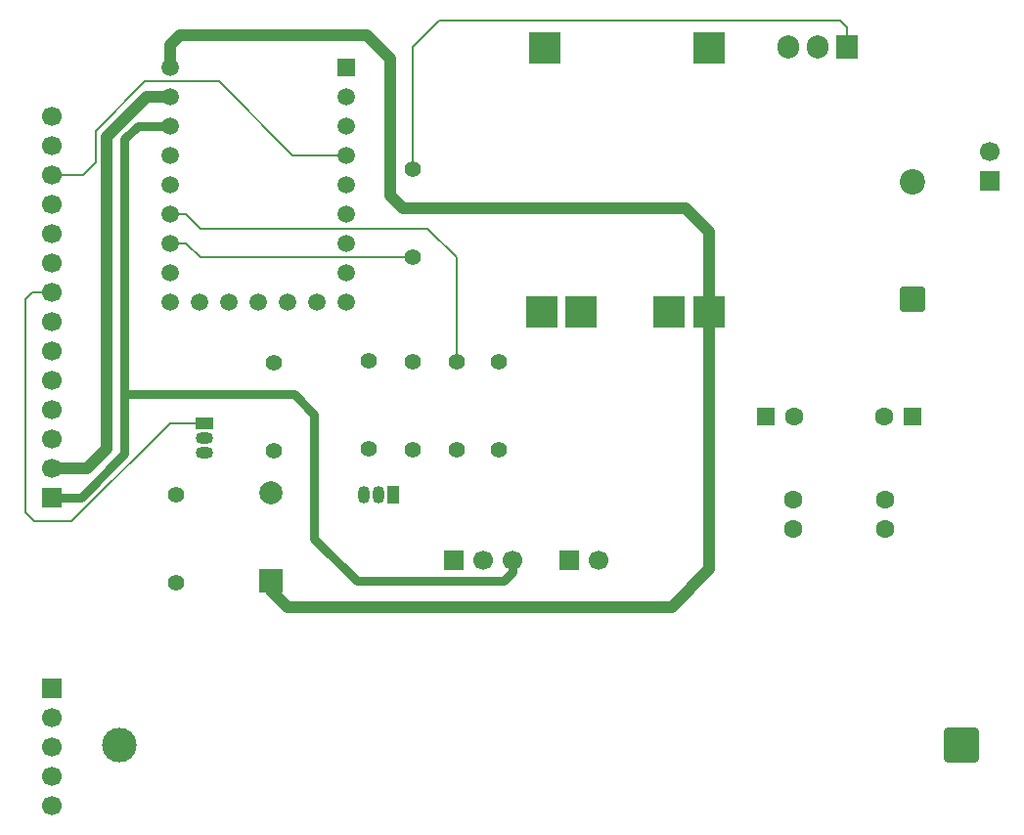
<source format=gbr>
%TF.GenerationSoftware,KiCad,Pcbnew,9.0.3*%
%TF.CreationDate,2025-08-16T14:39:38+02:00*%
%TF.ProjectId,pico-gps-spedometer,7069636f-2d67-4707-932d-737065646f6d,rev?*%
%TF.SameCoordinates,Original*%
%TF.FileFunction,Copper,L1,Top*%
%TF.FilePolarity,Positive*%
%FSLAX46Y46*%
G04 Gerber Fmt 4.6, Leading zero omitted, Abs format (unit mm)*
G04 Created by KiCad (PCBNEW 9.0.3) date 2025-08-16 14:39:38*
%MOMM*%
%LPD*%
G01*
G04 APERTURE LIST*
G04 Aperture macros list*
%AMRoundRect*
0 Rectangle with rounded corners*
0 $1 Rounding radius*
0 $2 $3 $4 $5 $6 $7 $8 $9 X,Y pos of 4 corners*
0 Add a 4 corners polygon primitive as box body*
4,1,4,$2,$3,$4,$5,$6,$7,$8,$9,$2,$3,0*
0 Add four circle primitives for the rounded corners*
1,1,$1+$1,$2,$3*
1,1,$1+$1,$4,$5*
1,1,$1+$1,$6,$7*
1,1,$1+$1,$8,$9*
0 Add four rect primitives between the rounded corners*
20,1,$1+$1,$2,$3,$4,$5,0*
20,1,$1+$1,$4,$5,$6,$7,0*
20,1,$1+$1,$6,$7,$8,$9,0*
20,1,$1+$1,$8,$9,$2,$3,0*%
G04 Aperture macros list end*
%TA.AperFunction,ComponentPad*%
%ADD10RoundRect,0.249999X1.250001X1.250001X-1.250001X1.250001X-1.250001X-1.250001X1.250001X-1.250001X0*%
%TD*%
%TA.AperFunction,ComponentPad*%
%ADD11C,3.000000*%
%TD*%
%TA.AperFunction,ComponentPad*%
%ADD12RoundRect,0.249999X0.850001X-0.850001X0.850001X0.850001X-0.850001X0.850001X-0.850001X-0.850001X0*%
%TD*%
%TA.AperFunction,ComponentPad*%
%ADD13C,2.200000*%
%TD*%
%TA.AperFunction,ComponentPad*%
%ADD14R,1.700000X1.700000*%
%TD*%
%TA.AperFunction,ComponentPad*%
%ADD15C,1.700000*%
%TD*%
%TA.AperFunction,ComponentPad*%
%ADD16R,1.500000X1.050000*%
%TD*%
%TA.AperFunction,ComponentPad*%
%ADD17O,1.500000X1.050000*%
%TD*%
%TA.AperFunction,ComponentPad*%
%ADD18R,1.905000X2.000000*%
%TD*%
%TA.AperFunction,ComponentPad*%
%ADD19O,1.905000X2.000000*%
%TD*%
%TA.AperFunction,ComponentPad*%
%ADD20C,1.400000*%
%TD*%
%TA.AperFunction,ComponentPad*%
%ADD21RoundRect,0.250000X-0.550000X-0.550000X0.550000X-0.550000X0.550000X0.550000X-0.550000X0.550000X0*%
%TD*%
%TA.AperFunction,ComponentPad*%
%ADD22C,1.600000*%
%TD*%
%TA.AperFunction,ComponentPad*%
%ADD23R,1.050000X1.500000*%
%TD*%
%TA.AperFunction,ComponentPad*%
%ADD24O,1.050000X1.500000*%
%TD*%
%TA.AperFunction,ComponentPad*%
%ADD25RoundRect,0.250000X0.550000X0.550000X-0.550000X0.550000X-0.550000X-0.550000X0.550000X-0.550000X0*%
%TD*%
%TA.AperFunction,ComponentPad*%
%ADD26R,2.000000X2.000000*%
%TD*%
%TA.AperFunction,ComponentPad*%
%ADD27C,2.000000*%
%TD*%
%TA.AperFunction,ComponentPad*%
%ADD28R,1.508000X1.508000*%
%TD*%
%TA.AperFunction,ComponentPad*%
%ADD29C,1.508000*%
%TD*%
%TA.AperFunction,ComponentPad*%
%ADD30R,2.800000X2.800000*%
%TD*%
%TA.AperFunction,Conductor*%
%ADD31C,1.000000*%
%TD*%
%TA.AperFunction,Conductor*%
%ADD32C,0.200000*%
%TD*%
%TA.AperFunction,Conductor*%
%ADD33C,0.800000*%
%TD*%
G04 APERTURE END LIST*
D10*
%TO.P,BT1,+,1*%
%TO.N,Net-(BT1-1)*%
X135750000Y-86402500D03*
D11*
%TO.P,BT1,-,2*%
%TO.N,Net-(BT1-2)*%
X62850000Y-86402500D03*
%TD*%
D12*
%TO.P,D1,1,K*%
%TO.N,V-IN-MEAS*%
X131500000Y-47750000D03*
D13*
%TO.P,D1,2,A*%
%TO.N,Net-(D1-A)*%
X131500000Y-37590000D03*
%TD*%
D14*
%TO.P,U2,1,GND*%
%TO.N,GND*%
X91850000Y-70402500D03*
D15*
%TO.P,U2,2,DQ*%
%TO.N,Net-(U1-GP8)*%
X94390000Y-70402500D03*
%TO.P,U2,3,V_{DD}*%
%TO.N,+3V3*%
X96930000Y-70402500D03*
%TD*%
D14*
%TO.P,J3,1,Pin_1*%
%TO.N,+3V3*%
X57000000Y-81420000D03*
D15*
%TO.P,J3,2,Pin_2*%
%TO.N,GND*%
X57000000Y-83960000D03*
%TO.P,J3,3,Pin_3*%
%TO.N,GPS_TXD*%
X57000000Y-86500000D03*
%TO.P,J3,4,Pin_4*%
%TO.N,GPS_RXD*%
X57000000Y-89040000D03*
%TO.P,J3,5,Pin_5*%
%TO.N,unconnected-(J3-Pin_5-Pad5)*%
X57000000Y-91580000D03*
%TD*%
D16*
%TO.P,Q2,1,C*%
%TO.N,Net-(Q2-C)*%
X70250000Y-58500000D03*
D17*
%TO.P,Q2,2,B*%
%TO.N,Net-(Q2-B)*%
X70250000Y-59770000D03*
%TO.P,Q2,3,E*%
%TO.N,Net-(Q2-E)*%
X70250000Y-61040000D03*
%TD*%
D18*
%TO.P,U3,1,VI*%
%TO.N,V-IN-MEAS*%
X125885000Y-25902500D03*
D19*
%TO.P,U3,2,GND*%
%TO.N,GND*%
X123345000Y-25902500D03*
%TO.P,U3,3,VO*%
%TO.N,+5V*%
X120805000Y-25902500D03*
%TD*%
D20*
%TO.P,R3,1*%
%TO.N,Net-(U1-GP26)*%
X88305000Y-53152500D03*
%TO.P,R3,2*%
%TO.N,GND*%
X88305000Y-60772500D03*
%TD*%
D21*
%TO.P,C4,1*%
%TO.N,+5V*%
X118805000Y-57902500D03*
D22*
%TO.P,C4,2*%
%TO.N,GND*%
X121305000Y-57902500D03*
%TD*%
D14*
%TO.P,U4,1,VCC*%
%TO.N,+3V3*%
X57055000Y-64922500D03*
D15*
%TO.P,U4,2,GND*%
%TO.N,GND*%
X57055000Y-62382500D03*
%TO.P,U4,3,CS*%
%TO.N,/CS*%
X57055000Y-59842500D03*
%TO.P,U4,4,RESET*%
%TO.N,/RST*%
X57055000Y-57302500D03*
%TO.P,U4,5,DC/RS*%
%TO.N,/DC*%
X57055000Y-54762500D03*
%TO.P,U4,6,SDI/MOSI*%
%TO.N,/MOSI*%
X57055000Y-52222500D03*
%TO.P,U4,7,SCK*%
%TO.N,/SCK*%
X57055000Y-49682500D03*
%TO.P,U4,8,LED*%
%TO.N,Net-(Q2-C)*%
X57055000Y-47142500D03*
%TO.P,U4,9,SDO/MISO*%
%TO.N,/MISO*%
X57055000Y-44602500D03*
%TO.P,U4,10,T_CLK*%
%TO.N,/SCK*%
X57055000Y-42062500D03*
%TO.P,U4,11,T_CS*%
%TO.N,/T_CS*%
X57055000Y-39522500D03*
%TO.P,U4,12,T_DIN*%
%TO.N,/MOSI*%
X57055000Y-36982500D03*
%TO.P,U4,13,T_DO*%
%TO.N,/MISO*%
X57055000Y-34442500D03*
%TO.P,U4,14,T_IRQ*%
%TO.N,unconnected-(U4-T_IRQ-Pad14)*%
X57055000Y-31902500D03*
%TD*%
D20*
%TO.P,R7,1*%
%TO.N,+5VBATT*%
X67750000Y-72310000D03*
%TO.P,R7,2*%
%TO.N,Net-(Q2-E)*%
X67750000Y-64690000D03*
%TD*%
D23*
%TO.P,Q1,1,E*%
%TO.N,GND*%
X86555000Y-64652500D03*
D24*
%TO.P,Q1,2,B*%
%TO.N,Net-(Q1-B)*%
X85285000Y-64652500D03*
%TO.P,Q1,3,C*%
%TO.N,Net-(BZ1--)*%
X84015000Y-64652500D03*
%TD*%
D20*
%TO.P,R8,1*%
%TO.N,Net-(Q2-B)*%
X76250000Y-60870000D03*
%TO.P,R8,2*%
%TO.N,Net-(U1-GP1)*%
X76250000Y-53250000D03*
%TD*%
%TO.P,R4,1*%
%TO.N,Net-(U1-GP9)*%
X84430000Y-53092500D03*
%TO.P,R4,2*%
%TO.N,Net-(Q1-B)*%
X84430000Y-60712500D03*
%TD*%
D22*
%TO.P,C2,1*%
%TO.N,V-IN-MEAS*%
X129180000Y-67652500D03*
%TO.P,C2,2*%
%TO.N,GND*%
X129180000Y-65152500D03*
%TD*%
D14*
%TO.P,R5,1*%
%TO.N,+3V3*%
X101805000Y-70402500D03*
D15*
%TO.P,R5,2*%
%TO.N,Net-(U1-GP27)*%
X104345000Y-70402500D03*
%TD*%
D14*
%TO.P,J1,1,Pin_1*%
%TO.N,Net-(D1-A)*%
X138250000Y-37525000D03*
D15*
%TO.P,J1,2,Pin_2*%
%TO.N,GND*%
X138250000Y-34985000D03*
%TD*%
D25*
%TO.P,C3,1*%
%TO.N,V-IN-MEAS*%
X131555000Y-57902500D03*
D22*
%TO.P,C3,2*%
%TO.N,GND*%
X129055000Y-57902500D03*
%TD*%
D26*
%TO.P,BZ1,1,+*%
%TO.N,+5VBATT*%
X76000000Y-72100000D03*
D27*
%TO.P,BZ1,2,-*%
%TO.N,Net-(BZ1--)*%
X76000000Y-64500000D03*
%TD*%
D28*
%TO.P,U1,1,GP0*%
%TO.N,/MISO*%
X82490000Y-27652500D03*
D29*
%TO.P,U1,2,GP1*%
%TO.N,Net-(U1-GP1)*%
X82490000Y-30192500D03*
%TO.P,U1,3,GP2*%
%TO.N,/SCK*%
X82490000Y-32732500D03*
%TO.P,U1,4,GP3*%
%TO.N,/MOSI*%
X82490000Y-35272500D03*
%TO.P,U1,5,GP4*%
%TO.N,/DC*%
X82490000Y-37812500D03*
%TO.P,U1,6,GP5*%
%TO.N,/RST*%
X82490000Y-40352500D03*
%TO.P,U1,7,GP6*%
%TO.N,/CS*%
X82490000Y-42892500D03*
%TO.P,U1,8,GP7*%
%TO.N,/T_CS*%
X82490000Y-45432500D03*
%TO.P,U1,9,GP8*%
%TO.N,Net-(U1-GP8)*%
X82490000Y-47972500D03*
%TO.P,U1,10,GP9*%
%TO.N,Net-(U1-GP9)*%
X79950000Y-47972500D03*
%TO.P,U1,11,GP10*%
%TO.N,unconnected-(U1-GP10-Pad11)*%
X77410000Y-47972500D03*
%TO.P,U1,12,GP11*%
%TO.N,unconnected-(U1-GP11-Pad12)*%
X74870000Y-47972500D03*
%TO.P,U1,13,GP12*%
%TO.N,GPS_RXD*%
X72330000Y-47972500D03*
%TO.P,U1,14,GP13*%
%TO.N,GPS_TXD*%
X69790000Y-47972500D03*
%TO.P,U1,15,GP14*%
%TO.N,unconnected-(U1-GP14-Pad15)*%
X67250000Y-47972500D03*
%TO.P,U1,16,GP15*%
%TO.N,unconnected-(U1-GP15-Pad16)*%
X67250000Y-45432500D03*
%TO.P,U1,17,GP26*%
%TO.N,Net-(U1-GP26)*%
X67250000Y-42892500D03*
%TO.P,U1,18,GP27*%
%TO.N,Net-(U1-GP27)*%
X67250000Y-40352500D03*
%TO.P,U1,19,GP28*%
%TO.N,unconnected-(U1-GP28-Pad19)*%
X67250000Y-37812500D03*
%TO.P,U1,20,GP29*%
%TO.N,unconnected-(U1-GP29-Pad20)*%
X67250000Y-35272500D03*
%TO.P,U1,21,3V3*%
%TO.N,+3V3*%
X67250000Y-32732500D03*
%TO.P,U1,22,GND*%
%TO.N,GND*%
X67250000Y-30192500D03*
%TO.P,U1,23,5V*%
%TO.N,+5VBATT*%
X67250000Y-27652500D03*
%TD*%
D30*
%TO.P,J2,1,Pin_1*%
%TO.N,+5V*%
X113917500Y-25990000D03*
%TO.P,J2,2,Pin_2*%
%TO.N,GND*%
X99717500Y-25990000D03*
%TO.P,J2,3,Pin_3*%
%TO.N,+5VBATT*%
X113917500Y-48890000D03*
%TO.P,J2,4,Pin_4*%
%TO.N,GND*%
X99417500Y-48890000D03*
%TO.P,J2,5,Pin_5*%
%TO.N,Net-(BT1-1)*%
X110417500Y-48890000D03*
%TO.P,J2,6,Pin_6*%
%TO.N,Net-(BT1-2)*%
X102817500Y-48890000D03*
%TD*%
D20*
%TO.P,R1,1*%
%TO.N,+3V3*%
X95680000Y-60772500D03*
%TO.P,R1,2*%
%TO.N,Net-(U1-GP8)*%
X95680000Y-53152500D03*
%TD*%
%TO.P,R2,1*%
%TO.N,V-IN-MEAS*%
X88305000Y-36532500D03*
%TO.P,R2,2*%
%TO.N,Net-(U1-GP26)*%
X88305000Y-44152500D03*
%TD*%
D22*
%TO.P,C1,1*%
%TO.N,+5V*%
X121180000Y-67652500D03*
%TO.P,C1,2*%
%TO.N,GND*%
X121180000Y-65152500D03*
%TD*%
D20*
%TO.P,R6,1*%
%TO.N,Net-(U1-GP27)*%
X92055000Y-53152500D03*
%TO.P,R6,2*%
%TO.N,GND*%
X92055000Y-60772500D03*
%TD*%
D31*
%TO.N,GND*%
X60075000Y-62382500D02*
X57055000Y-62382500D01*
X61750000Y-60707500D02*
X60075000Y-62382500D01*
X61750000Y-33707500D02*
X61750000Y-60707500D01*
X65265000Y-30192500D02*
X61750000Y-33707500D01*
X66805000Y-30192500D02*
X65265000Y-30192500D01*
D32*
%TO.N,Net-(U1-GP27)*%
X68602500Y-40352500D02*
X67250000Y-40352500D01*
D31*
%TO.N,+5VBATT*%
X67250000Y-25750000D02*
X67250000Y-27652500D01*
X68097500Y-24902500D02*
X67250000Y-25750000D01*
X84305000Y-24902500D02*
X68097500Y-24902500D01*
D32*
%TO.N,Net-(U1-GP26)*%
X68642500Y-42892500D02*
X67250000Y-42892500D01*
D31*
%TO.N,+5VBATT*%
X76000000Y-73000000D02*
X76000000Y-72100000D01*
X77402500Y-74402500D02*
X76000000Y-73000000D01*
X113917500Y-48890000D02*
X113917500Y-71165000D01*
X113917500Y-48890000D02*
X113917500Y-41890000D01*
X113917500Y-41890000D02*
X111930000Y-39902500D01*
X113917500Y-71165000D02*
X110680000Y-74402500D01*
X111930000Y-39902500D02*
X87430000Y-39902500D01*
X87430000Y-39902500D02*
X86305000Y-38777500D01*
D32*
X66805000Y-27652500D02*
X66805000Y-27902500D01*
D31*
X86305000Y-38777500D02*
X86305000Y-26902500D01*
X110680000Y-74402500D02*
X77402500Y-74402500D01*
X86305000Y-26902500D02*
X84305000Y-24902500D01*
D32*
%TO.N,V-IN-MEAS*%
X125885000Y-24232500D02*
X125305000Y-23652500D01*
X125305000Y-23652500D02*
X90555000Y-23652500D01*
X125885000Y-25902500D02*
X125885000Y-24232500D01*
X88305000Y-25902500D02*
X88305000Y-36532500D01*
X90555000Y-23652500D02*
X88305000Y-25902500D01*
D33*
%TO.N,+3V3*%
X96930000Y-71402500D02*
X96930000Y-70402500D01*
X63305000Y-56000000D02*
X78000000Y-56000000D01*
X63305000Y-33902500D02*
X64475000Y-32732500D01*
X83430000Y-72152500D02*
X96180000Y-72152500D01*
X63305000Y-61152500D02*
X63305000Y-55402500D01*
X96180000Y-72152500D02*
X96930000Y-71402500D01*
X64475000Y-32732500D02*
X66805000Y-32732500D01*
X79750000Y-57750000D02*
X79750000Y-68472500D01*
X78000000Y-56000000D02*
X79750000Y-57750000D01*
X79750000Y-68472500D02*
X83430000Y-72152500D01*
X59535000Y-64922500D02*
X63305000Y-61152500D01*
X63305000Y-55402500D02*
X63305000Y-33902500D01*
X57055000Y-64922500D02*
X59535000Y-64922500D01*
D32*
%TO.N,Net-(U1-GP27)*%
X68602500Y-40352500D02*
X69902500Y-41652500D01*
X104305000Y-70362500D02*
X104345000Y-70402500D01*
X69902500Y-41652500D02*
X89555000Y-41652500D01*
X89555000Y-41652500D02*
X92055000Y-44152500D01*
X92055000Y-53152500D02*
X92055000Y-44152500D01*
%TO.N,Net-(U1-GP26)*%
X68642500Y-42892500D02*
X69902500Y-44152500D01*
X69902500Y-44152500D02*
X88305000Y-44152500D01*
%TO.N,/MOSI*%
X71513126Y-28902500D02*
X77883126Y-35272500D01*
X65097500Y-28902500D02*
X71513126Y-28902500D01*
X57055000Y-36982500D02*
X59725000Y-36982500D01*
X77883126Y-35272500D02*
X82045000Y-35272500D01*
X60805000Y-33195000D02*
X65097500Y-28902500D01*
X59725000Y-36982500D02*
X60805000Y-35902500D01*
X60805000Y-35902500D02*
X60805000Y-33195000D01*
%TO.N,Net-(Q2-C)*%
X55500000Y-67000000D02*
X54750000Y-66250000D01*
X70250000Y-58500000D02*
X67250000Y-58500000D01*
X54750000Y-66250000D02*
X54750000Y-47750000D01*
X54750000Y-47750000D02*
X55357500Y-47142500D01*
X55357500Y-47142500D02*
X57055000Y-47142500D01*
X67250000Y-58500000D02*
X58750000Y-67000000D01*
X58750000Y-67000000D02*
X55500000Y-67000000D01*
%TD*%
M02*

</source>
